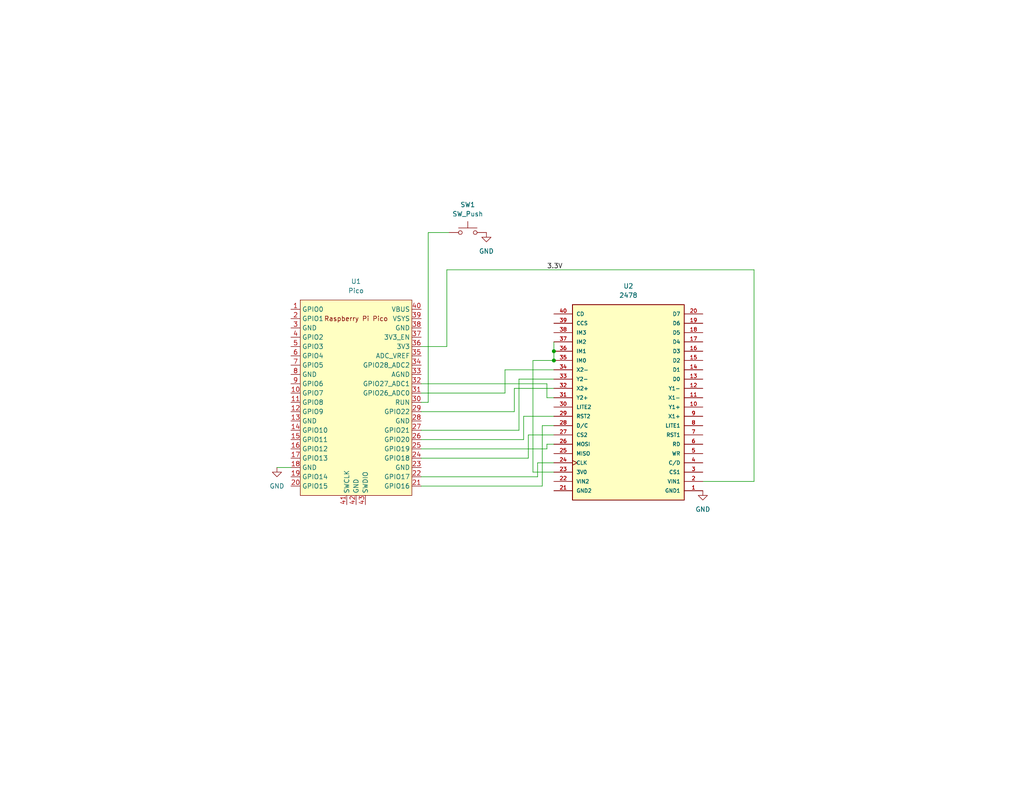
<source format=kicad_sch>
(kicad_sch (version 20230121) (generator eeschema)
  (paper "USLetter")
  (title_block (title "Lab 4 Schematic – Pico and LCD Touchscreen") (company "Lafayette College") (comment 1 "Noah Ross") (comment 2 "Maurice Otieno"))
  (lib_symbols
    (symbol "2478:2478" (pin_names (offset 1.016))
      (property "Reference" "U" (at -15.2631 28.6183 0))
      (property "Value" "2478" (at -15.262 -27.9803 0))
      (symbol "2478_0_0"
        (rectangle (start -15.24 -25.4) (end 15.24 27.94) (stroke (width 0.254)) (fill (type background)))
        (pin power_in line (at -20.32 25.4 0) (length 5.08) (name "GND1") (number "1"))
        (pin output line (at -20.32 2.54 0) (length 5.08) (name "Y1+") (number "10"))
        (pin output line (at -20.32 0 0) (length 5.08) (name "X1-") (number "11"))
        (pin output line (at -20.32 -2.54 0) (length 5.08) (name "Y1-") (number "12"))
        (pin bidirectional line (at -20.32 -5.08 0) (length 5.08) (name "D0") (number "13"))
        (pin bidirectional line (at -20.32 -7.62 0) (length 5.08) (name "D1") (number "14"))
        (pin bidirectional line (at -20.32 -10.16 0) (length 5.08) (name "D2") (number "15"))
        (pin bidirectional line (at -20.32 -12.7 0) (length 5.08) (name "D3") (number "16"))
        (pin bidirectional line (at -20.32 -15.24 0) (length 5.08) (name "D4") (number "17"))
        (pin bidirectional line (at -20.32 -17.78 0) (length 5.08) (name "D5") (number "18"))
        (pin bidirectional line (at -20.32 -20.32 0) (length 5.08) (name "D6") (number "19"))
        (pin power_in line (at -20.32 22.86 0) (length 5.08) (name "VIN1") (number "2"))
        (pin bidirectional line (at -20.32 -22.86 0) (length 5.08) (name "D7") (number "20"))
        (pin power_in line (at 20.32 25.4 180) (length 5.08) (name "GND2") (number "21"))
        (pin power_in line (at 20.32 22.86 180) (length 5.08) (name "VIN2") (number "22"))
        (pin output line (at 20.32 20.32 180) (length 5.08) (name "3V0") (number "23"))
        (pin input clock (at 20.32 17.78 180) (length 5.08) (name "CLK") (number "24"))
        (pin output line (at 20.32 15.24 180) (length 5.08) (name "MISO") (number "25"))
        (pin input line (at 20.32 12.7 180) (length 5.08) (name "MOSI") (number "26"))
        (pin input line (at 20.32 10.16 180) (length 5.08) (name "CS2") (number "27"))
        (pin input line (at 20.32 7.62 180) (length 5.08) (name "D/C") (number "28"))
        (pin input line (at 20.32 5.08 180) (length 5.08) (name "RST2") (number "29"))
        (pin input line (at -20.32 20.32 0) (length 5.08) (name "CS1") (number "3"))
        (pin input line (at 20.32 2.54 180) (length 5.08) (name "LITE2") (number "30"))
        (pin output line (at 20.32 0 180) (length 5.08) (name "Y2+") (number "31"))
        (pin output line (at 20.32 -2.54 180) (length 5.08) (name "X2+") (number "32"))
        (pin output line (at 20.32 -5.08 180) (length 5.08) (name "Y2-") (number "33"))
        (pin output line (at 20.32 -7.62 180) (length 5.08) (name "X2-") (number "34"))
        (pin input line (at 20.32 -10.16 180) (length 5.08) (name "IM0") (number "35"))
        (pin input line (at 20.32 -12.7 180) (length 5.08) (name "IM1") (number "36"))
        (pin input line (at 20.32 -15.24 180) (length 5.08) (name "IM2") (number "37"))
        (pin input line (at 20.32 -17.78 180) (length 5.08) (name "IM3") (number "38"))
        (pin input line (at 20.32 -20.32 180) (length 5.08) (name "CCS") (number "39"))
        (pin input line (at -20.32 17.78 0) (length 5.08) (name "C/D") (number "4"))
        (pin output line (at 20.32 -22.86 180) (length 5.08) (name "CD") (number "40"))
        (pin input line (at -20.32 15.24 0) (length 5.08) (name "WR") (number "5"))
        (pin input line (at -20.32 12.7 0) (length 5.08) (name "RD") (number "6"))
        (pin input line (at -20.32 10.16 0) (length 5.08) (name "RST1") (number "7"))
        (pin input line (at -20.32 7.62 0) (length 5.08) (name "LITE1") (number "8"))
        (pin output line (at -20.32 5.08 0) (length 5.08) (name "X1+") (number "9"))
      )
    )
    (symbol "MCU_RaspberryPi_and_Boards:Pico"
      (property "Reference" "U" (at -13.97 27.94 0))
      (property "Value" "Pico" (at 0 19.05 0))
      (symbol "Pico_0_0"
        (text "Raspberry Pi Pico" (at 0 21.59 0) (effects (font (size 1.27 1.27))))
      )
      (symbol "Pico_0_1"
        (rectangle (start -15.24 26.67) (end 15.24 -26.67) (fill (type background)))
      )
      (symbol "Pico_1_1"
        (pin bidirectional line (at -17.78 24.13 0) (length 2.54) (name "GPIO0") (number "1"))
        (pin bidirectional line (at -17.78 1.27 0) (length 2.54) (name "GPIO7") (number "10"))
        (pin bidirectional line (at -17.78 -1.27 0) (length 2.54) (name "GPIO8") (number "11"))
        (pin bidirectional line (at -17.78 -3.81 0) (length 2.54) (name "GPIO9") (number "12"))
        (pin power_in line (at -17.78 -6.35 0) (length 2.54) (name "GND") (number "13"))
        (pin bidirectional line (at -17.78 -8.89 0) (length 2.54) (name "GPIO10") (number "14"))
        (pin bidirectional line (at -17.78 -11.43 0) (length 2.54) (name "GPIO11") (number "15"))
        (pin bidirectional line (at -17.78 -13.97 0) (length 2.54) (name "GPIO12") (number "16"))
        (pin bidirectional line (at -17.78 -16.51 0) (length 2.54) (name "GPIO13") (number "17"))
        (pin power_in line (at -17.78 -19.05 0) (length 2.54) (name "GND") (number "18"))
        (pin bidirectional line (at -17.78 -21.59 0) (length 2.54) (name "GPIO14") (number "19"))
        (pin bidirectional line (at -17.78 21.59 0) (length 2.54) (name "GPIO1") (number "2"))
        (pin bidirectional line (at -17.78 -24.13 0) (length 2.54) (name "GPIO15") (number "20"))
        (pin bidirectional line (at 17.78 -24.13 180) (length 2.54) (name "GPIO16") (number "21"))
        (pin bidirectional line (at 17.78 -21.59 180) (length 2.54) (name "GPIO17") (number "22"))
        (pin power_in line (at 17.78 -19.05 180) (length 2.54) (name "GND") (number "23"))
        (pin bidirectional line (at 17.78 -16.51 180) (length 2.54) (name "GPIO18") (number "24"))
        (pin bidirectional line (at 17.78 -13.97 180) (length 2.54) (name "GPIO19") (number "25"))
        (pin bidirectional line (at 17.78 -11.43 180) (length 2.54) (name "GPIO20") (number "26"))
        (pin bidirectional line (at 17.78 -8.89 180) (length 2.54) (name "GPIO21") (number "27"))
        (pin power_in line (at 17.78 -6.35 180) (length 2.54) (name "GND") (number "28"))
        (pin bidirectional line (at 17.78 -3.81 180) (length 2.54) (name "GPIO22") (number "29"))
        (pin power_in line (at -17.78 19.05 0) (length 2.54) (name "GND") (number "3"))
        (pin input line (at 17.78 -1.27 180) (length 2.54) (name "RUN") (number "30"))
        (pin bidirectional line (at 17.78 1.27 180) (length 2.54) (name "GPIO26_ADC0") (number "31"))
        (pin bidirectional line (at 17.78 3.81 180) (length 2.54) (name "GPIO27_ADC1") (number "32"))
        (pin power_in line (at 17.78 6.35 180) (length 2.54) (name "AGND") (number "33"))
        (pin bidirectional line (at 17.78 8.89 180) (length 2.54) (name "GPIO28_ADC2") (number "34"))
        (pin power_in line (at 17.78 11.43 180) (length 2.54) (name "ADC_VREF") (number "35"))
        (pin power_in line (at 17.78 13.97 180) (length 2.54) (name "3V3") (number "36"))
        (pin input line (at 17.78 16.51 180) (length 2.54) (name "3V3_EN") (number "37"))
        (pin bidirectional line (at 17.78 19.05 180) (length 2.54) (name "GND") (number "38"))
        (pin power_in line (at 17.78 21.59 180) (length 2.54) (name "VSYS") (number "39"))
        (pin bidirectional line (at -17.78 16.51 0) (length 2.54) (name "GPIO2") (number "4"))
        (pin power_in line (at 17.78 24.13 180) (length 2.54) (name "VBUS") (number "40"))
        (pin input line (at -2.54 -29.21 90) (length 2.54) (name "SWCLK") (number "41"))
        (pin power_in line (at 0 -29.21 90) (length 2.54) (name "GND") (number "42"))
        (pin bidirectional line (at 2.54 -29.21 90) (length 2.54) (name "SWDIO") (number "43"))
        (pin bidirectional line (at -17.78 13.97 0) (length 2.54) (name "GPIO3") (number "5"))
        (pin bidirectional line (at -17.78 11.43 0) (length 2.54) (name "GPIO4") (number "6"))
        (pin bidirectional line (at -17.78 8.89 0) (length 2.54) (name "GPIO5") (number "7"))
        (pin power_in line (at -17.78 6.35 0) (length 2.54) (name "GND") (number "8"))
        (pin bidirectional line (at -17.78 3.81 0) (length 2.54) (name "GPIO6") (number "9"))
      )
    )
    (symbol "Switch:SW_Push" (pin_numbers hide) (pin_names (offset 1.016) hide)
      (property "Reference" "SW" (at 1.27 2.54 0))
      (property "Value" "SW_Push" (at 0 -1.524 0))
      (symbol "SW_Push_0_1"
        (circle (center -2.032 0) (radius 0.508))
        (polyline (pts (xy 0 1.27) (xy 0 3.048)))
        (polyline (pts (xy 2.54 1.27) (xy -2.54 1.27)))
        (circle (center 2.032 0) (radius 0.508))
        (pin passive line (at -5.08 0 0) (length 2.54) (name "1") (number "1"))
        (pin passive line (at 5.08 0 180) (length 2.54) (name "2") (number "2"))
      )
    )
    (symbol "power:GND" (power) (pin_names (offset 0))
      (property "Value" "GND" (at 0 -3.81 0))
      (symbol "GND_0_1"
        (polyline (pts (xy 0 0) (xy 0 -1.27) (xy 1.27 -1.27) (xy 0 -2.54) (xy -1.27 -1.27) (xy 0 -1.27)))
      )
      (symbol "GND_1_1"
        (pin power_in line (at 0 0 270) (length 0) hide (name "GND") (number "1"))
      )
    )
  )
  (junction (at 151.13 98.425))
  (junction (at 151.13 95.885))
  (wire (pts (xy 114.935 107.315) (xy 137.795 107.315)))
  (wire (pts (xy 75.565 127.635) (xy 79.375 127.635)))
  (wire (pts (xy 144.145 125.095) (xy 114.935 125.095)))
  (wire (pts (xy 114.935 94.615) (xy 121.92 94.615)))
  (wire (pts (xy 145.415 98.425) (xy 151.13 98.425)))
  (wire (pts (xy 149.225 121.285) (xy 151.13 121.285)))
  (wire (pts (xy 140.335 112.395) (xy 114.935 112.395)))
  (wire (pts (xy 141.605 103.505) (xy 141.605 117.475)))
  (wire (pts (xy 151.13 93.345) (xy 151.13 95.885)))
  (wire (pts (xy 151.13 118.745) (xy 144.145 118.745)))
  (wire (pts (xy 146.685 126.365) (xy 151.13 126.365)))
  (wire (pts (xy 142.875 113.665) (xy 151.13 113.665)))
  (wire (pts (xy 205.74 131.445) (xy 191.77 131.445)))
  (wire (pts (xy 144.145 118.745) (xy 144.145 125.095)))
  (wire (pts (xy 141.605 103.505) (xy 151.13 103.505)))
  (wire (pts (xy 151.13 95.885) (xy 151.13 98.425)))
  (wire (pts (xy 149.225 122.555) (xy 114.935 122.555)))
  (wire (pts (xy 149.225 121.285) (xy 149.225 122.555)))
  (wire (pts (xy 114.935 132.715) (xy 147.955 132.715)))
  (wire (pts (xy 114.935 109.855) (xy 116.84 109.855)))
  (wire (pts (xy 116.84 109.855) (xy 116.84 63.5)))
  (wire (pts (xy 137.795 100.965) (xy 137.795 107.315)))
  (wire (pts (xy 140.335 106.045) (xy 140.335 112.395)))
  (wire (pts (xy 151.13 100.965) (xy 137.795 100.965)))
  (wire (pts (xy 116.84 63.5) (xy 122.555 63.5)))
  (wire (pts (xy 121.92 73.66) (xy 205.74 73.66)))
  (wire (pts (xy 149.225 108.585) (xy 149.225 104.775)))
  (wire (pts (xy 114.935 117.475) (xy 141.605 117.475)))
  (wire (pts (xy 151.13 106.045) (xy 140.335 106.045)))
  (wire (pts (xy 121.92 94.615) (xy 121.92 73.66)))
  (wire (pts (xy 151.13 116.205) (xy 147.955 116.205)))
  (wire (pts (xy 151.13 128.905) (xy 145.415 128.905)))
  (wire (pts (xy 205.74 73.66) (xy 205.74 131.445)))
  (wire (pts (xy 146.685 126.365) (xy 146.685 130.175)))
  (wire (pts (xy 149.225 108.585) (xy 151.13 108.585)))
  (wire (pts (xy 145.415 128.905) (xy 145.415 98.425)))
  (wire (pts (xy 142.875 113.665) (xy 142.875 120.015)))
  (wire (pts (xy 142.875 120.015) (xy 114.935 120.015)))
  (wire (pts (xy 114.935 130.175) (xy 146.685 130.175)))
  (wire (pts (xy 147.955 116.205) (xy 147.955 132.715)))
  (wire (pts (xy 114.935 104.775) (xy 149.225 104.775)))
  (label "3.3V" (at 149.225 73.66 0))
  (symbol (lib_id "2478:2478") (at 171.45 108.585 180) (unit 1)
    (property "Reference" "U2" (at 171.45 78.105 0))
    (property "Value" "2478" (at 171.45 80.645 0))
    (property "Footprint" "ADAFRUIT_2478" (effects hide))
    (property "MANUFACTURER" "Adafruit Industries LLC" (effects hide))
  )
  (symbol (lib_id "power:GND") (at 75.565 127.635 0) (unit 1)
    (property "Reference" "#PWR02" (effects hide))
    (property "Value" "GND" (at 75.565 132.715 0))
  )
  (symbol (lib_id "MCU_RaspberryPi_and_Boards:Pico") (at 97.155 108.585 0) (unit 1)
    (property "Reference" "U1" (at 97.155 76.835 0))
    (property "Value" "Pico" (at 97.155 79.375 0))
    (property "Footprint" "RPi_Pico:RPi_Pico_SMD_TH" (effects hide))
  )
  (symbol (lib_id "power:GND") (at 132.715 63.5 0) (unit 1)
    (property "Reference" "#PWR01" (effects hide))
    (property "Value" "GND" (at 132.715 68.58 0))
  )
  (symbol (lib_id "power:GND") (at 191.77 133.985 0) (unit 1)
    (property "Reference" "#PWR03" (effects hide))
    (property "Value" "GND" (at 191.77 139.065 0))
  )
  (symbol (lib_id "Switch:SW_Push") (at 127.635 63.5 0) (unit 1)
    (property "Reference" "SW1" (at 127.635 55.88 0))
    (property "Value" "SW_Push" (at 127.635 58.42 0))
  )
)
</source>
